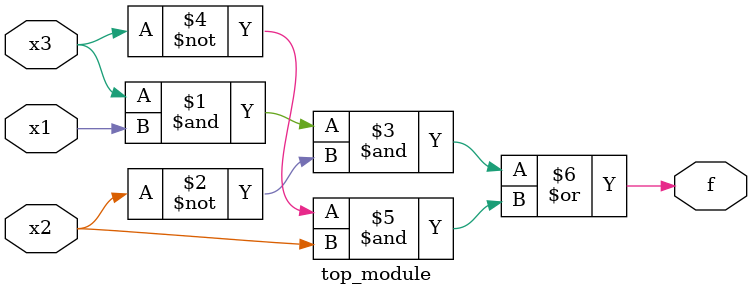
<source format=sv>
module top_module (
	input x3,
	input x2,
	input x1,
	output f
);

	assign f = (x3 & x1 & ~x2) | (~x3 & x2);

endmodule

</source>
